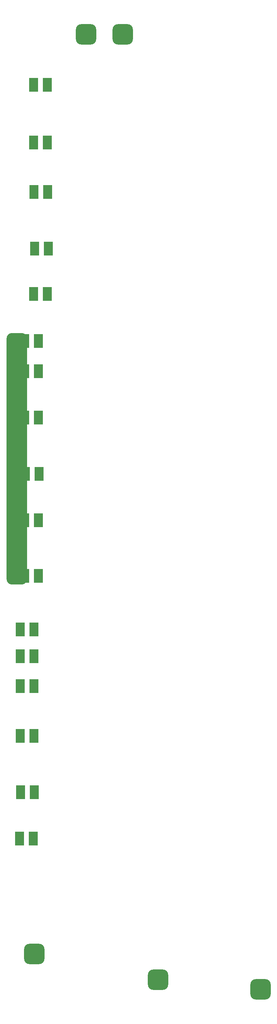
<source format=gtp>
G04 Layer: TopPasteMaskLayer*
G04 EasyEDA v6.5.39, 2023-12-18 16:16:31*
G04 0a3b229aafce46c6802f92c5d4cde22f,84f6a191e6f14c5fb88c895b5cbe8e50,10*
G04 Gerber Generator version 0.2*
G04 Scale: 100 percent, Rotated: No, Reflected: No *
G04 Dimensions in inches *
G04 leading zeros omitted , absolute positions ,3 integer and 6 decimal *
%FSLAX36Y36*%
%MOIN*%

%AMMACRO1*4,1,21,-0.0492,1.2205,0.0492,1.2205,0.068,1.2167,0.084,1.2061,0.0947,1.1901,0.0984,1.1713,0.0984,-1.1713,0.0947,-1.1901,0.084,-1.2061,0.068,-1.2167,0.0492,-1.2205,-0.0492,-1.2205,-0.068,-1.2167,-0.084,-1.2061,-0.0947,-1.1901,-0.0984,-1.1713,-0.0984,1.1713,-0.0947,1.1901,-0.084,1.2061,-0.068,1.2167,-0.0492,1.2205,-0.0492,1.2205,0*%
%AMMACRO2*4,1,21,-0.0492,0.0984,0.0492,0.0984,0.068,0.0947,0.084,0.084,0.0947,0.068,0.0984,0.0492,0.0984,-0.0492,0.0947,-0.068,0.084,-0.084,0.068,-0.0947,0.0492,-0.0984,-0.0492,-0.0984,-0.068,-0.0947,-0.084,-0.084,-0.0947,-0.068,-0.0984,-0.0492,-0.0984,0.0492,-0.0947,0.068,-0.084,0.084,-0.068,0.0947,-0.0492,0.0984,-0.0492,0.0984,0*%
%AMMACRO3*4,1,21,0.0492,-0.0984,-0.0492,-0.0984,-0.068,-0.0947,-0.084,-0.084,-0.0947,-0.068,-0.0984,-0.0492,-0.0984,0.0492,-0.0947,0.068,-0.084,0.084,-0.068,0.0947,-0.0492,0.0984,0.0492,0.0984,0.068,0.0947,0.084,0.084,0.0947,0.068,0.0984,0.0492,0.0984,-0.0492,0.0947,-0.068,0.084,-0.084,0.068,-0.0947,0.0492,-0.0984,0.0492,-0.0984,0*%
%ADD10MACRO1*%
%ADD11MACRO2*%
%ADD12MACRO3*%
%ADD13R,0.0906X0.1378*%

%LPD*%
D10*
G01*
X135004Y5320000D03*
D11*
G01*
X1165005Y9439995D03*
G01*
X2505005Y169994D03*
G01*
X1510005Y264995D03*
D12*
G01*
X305004Y514995D03*
D11*
G01*
X810004Y9439995D03*
D13*
G01*
X213069Y4185000D03*
G01*
X346930Y4185000D03*
G01*
X213069Y4725000D03*
G01*
X346930Y4725000D03*
G01*
X351930Y5175000D03*
G01*
X218069Y5175000D03*
G01*
X346930Y5720000D03*
G01*
X213069Y5720000D03*
G01*
X346930Y6170000D03*
G01*
X213069Y6170000D03*
G01*
X346930Y6465000D03*
G01*
X213069Y6465000D03*
G01*
X296930Y1635000D03*
G01*
X163069Y1635000D03*
G01*
X306930Y2085000D03*
G01*
X173069Y2085000D03*
G01*
X301930Y2630000D03*
G01*
X168069Y2630000D03*
G01*
X301930Y3115000D03*
G01*
X168069Y3115000D03*
G01*
X301930Y3405000D03*
G01*
X168069Y3405000D03*
G01*
X301930Y3665000D03*
G01*
X168069Y3665000D03*
G01*
X298069Y6920000D03*
G01*
X431930Y6920000D03*
G01*
X308069Y7360000D03*
G01*
X441930Y7360000D03*
G01*
X303069Y7910000D03*
G01*
X436930Y7910000D03*
G01*
X298069Y8390000D03*
G01*
X431930Y8390000D03*
G01*
X298069Y8950000D03*
G01*
X431930Y8950000D03*
M02*

</source>
